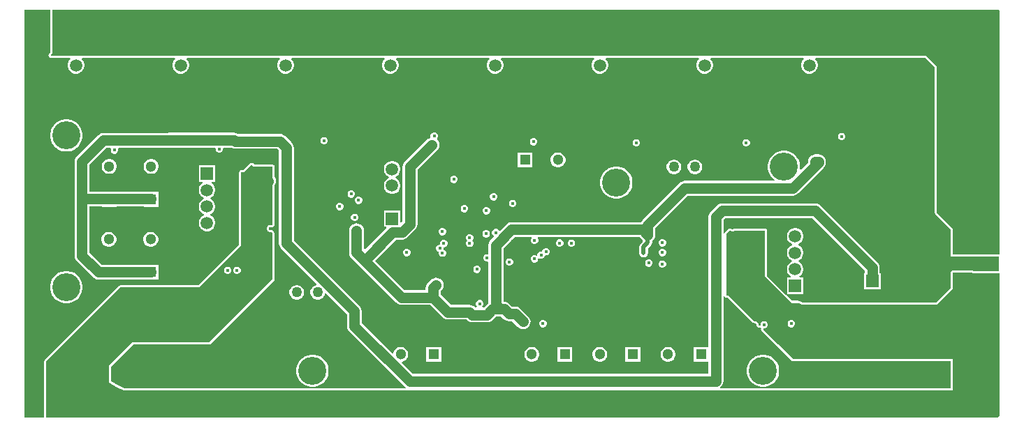
<source format=gbl>
G04*
G04 #@! TF.GenerationSoftware,Altium Limited,Altium Designer,23.4.1 (23)*
G04*
G04 Layer_Physical_Order=4*
G04 Layer_Color=16711680*
%FSLAX44Y44*%
%MOMM*%
G71*
G04*
G04 #@! TF.SameCoordinates,69872263-788E-4E38-85BF-5BAD4D7AD8B8*
G04*
G04*
G04 #@! TF.FilePolarity,Positive*
G04*
G01*
G75*
%ADD57C,3.4000*%
%ADD59C,0.5080*%
%ADD60C,1.2700*%
%ADD63C,1.6000*%
%ADD64C,1.2690*%
%ADD65C,1.3000*%
%ADD66R,1.3000X1.3000*%
%ADD67R,1.3000X1.3000*%
%ADD68C,1.5000*%
%ADD69R,1.5000X1.5000*%
%ADD70R,1.5000X1.5000*%
%ADD71C,0.4000*%
%ADD72C,0.5000*%
G36*
X278130Y304800D02*
X300990D01*
Y234875D01*
X299934Y234169D01*
X299353Y234410D01*
X297547D01*
X295878Y233719D01*
X294601Y232442D01*
X293910Y230773D01*
Y228967D01*
X294601Y227298D01*
X295878Y226021D01*
X297547Y225330D01*
X299353D01*
X299368Y225336D01*
X300266Y224438D01*
X300260Y224423D01*
Y222617D01*
X300951Y220948D01*
X300990Y220910D01*
Y199461D01*
X300951Y199422D01*
X300260Y197753D01*
Y195947D01*
X300951Y194278D01*
X300990Y194240D01*
Y168910D01*
X223520Y91440D01*
X130810D01*
X102235Y62865D01*
Y47625D01*
Y42951D01*
X113030Y36830D01*
X120650Y33020D01*
X1125220D01*
Y71120D01*
X932180D01*
X895390Y107317D01*
X895479Y107638D01*
X896008Y108490D01*
X897523D01*
X899192Y109181D01*
X900469Y110458D01*
X901160Y112127D01*
Y113933D01*
X900469Y115602D01*
X899192Y116879D01*
X897523Y117570D01*
X895717D01*
X894048Y116879D01*
X892771Y115602D01*
X892080Y113933D01*
Y112355D01*
X891448Y111912D01*
X890907Y111728D01*
X889730Y112885D01*
Y113933D01*
X889039Y115602D01*
X887762Y116879D01*
X886093Y117570D01*
X884968D01*
X853440Y148590D01*
X850900D01*
Y223520D01*
X854710Y227330D01*
X855910D01*
X855948Y227291D01*
X857617Y226600D01*
X859423D01*
X861092Y227291D01*
X861131Y227330D01*
X897890D01*
Y171450D01*
X932180Y137160D01*
X1106170D01*
X1125220Y156210D01*
Y174871D01*
Y176530D01*
X1148961D01*
X1149447Y175357D01*
X1149350Y175260D01*
X1182370D01*
Y2540D01*
X1179830Y0D01*
X26670D01*
Y68580D01*
X116840Y158750D01*
X212090D01*
X262890Y209550D01*
Y298450D01*
X266700D01*
X275590Y307340D01*
X278130Y304800D01*
D02*
G37*
G36*
X1182370Y494911D02*
Y198120D01*
X1125220D01*
Y229870D01*
X1106170Y248920D01*
Y426720D01*
X1093470Y439420D01*
X33020D01*
X31750Y440690D01*
X34290Y443230D01*
Y495300D01*
X1181100D01*
X1181197Y495397D01*
X1182370Y494911D01*
D02*
G37*
G36*
X31700Y444303D02*
X29919Y442521D01*
X29357Y441681D01*
X29160Y440690D01*
X29357Y439699D01*
X29919Y438859D01*
X31189Y437589D01*
X32029Y437027D01*
X33020Y436830D01*
X55335D01*
X55862Y435560D01*
X54616Y434315D01*
X53294Y432025D01*
X52610Y429472D01*
Y426828D01*
X53294Y424275D01*
X54616Y421985D01*
X56485Y420116D01*
X58775Y418794D01*
X61328Y418110D01*
X63972D01*
X66525Y418794D01*
X68815Y420116D01*
X70684Y421985D01*
X72006Y424275D01*
X72690Y426828D01*
Y429472D01*
X72006Y432025D01*
X70684Y434315D01*
X69438Y435560D01*
X69964Y436830D01*
X182335D01*
X182861Y435560D01*
X181616Y434315D01*
X180294Y432025D01*
X179610Y429472D01*
Y426828D01*
X180294Y424275D01*
X181616Y421985D01*
X183485Y420116D01*
X185775Y418794D01*
X188328Y418110D01*
X190972D01*
X193525Y418794D01*
X195815Y420116D01*
X197684Y421985D01*
X199006Y424275D01*
X199690Y426828D01*
Y429472D01*
X199006Y432025D01*
X197684Y434315D01*
X196438Y435560D01*
X196964Y436830D01*
X309335D01*
X309862Y435560D01*
X308616Y434315D01*
X307294Y432025D01*
X306610Y429472D01*
Y426828D01*
X307294Y424275D01*
X308616Y421985D01*
X310485Y420116D01*
X312775Y418794D01*
X315328Y418110D01*
X317972D01*
X320525Y418794D01*
X322815Y420116D01*
X324684Y421985D01*
X326006Y424275D01*
X326690Y426828D01*
Y429472D01*
X326006Y432025D01*
X324684Y434315D01*
X323438Y435560D01*
X323965Y436830D01*
X436335D01*
X436861Y435560D01*
X435616Y434315D01*
X434294Y432025D01*
X433610Y429472D01*
Y426828D01*
X434294Y424275D01*
X435616Y421985D01*
X437485Y420116D01*
X439775Y418794D01*
X442328Y418110D01*
X444972D01*
X447525Y418794D01*
X449815Y420116D01*
X451684Y421985D01*
X453006Y424275D01*
X453690Y426828D01*
Y429472D01*
X453006Y432025D01*
X451684Y434315D01*
X450438Y435560D01*
X450965Y436830D01*
X563335D01*
X563862Y435560D01*
X562616Y434315D01*
X561294Y432025D01*
X560610Y429472D01*
Y426828D01*
X561294Y424275D01*
X562616Y421985D01*
X564485Y420116D01*
X566775Y418794D01*
X569328Y418110D01*
X571972D01*
X574525Y418794D01*
X576815Y420116D01*
X578684Y421985D01*
X580006Y424275D01*
X580690Y426828D01*
Y429472D01*
X580006Y432025D01*
X578684Y434315D01*
X577438Y435560D01*
X577965Y436830D01*
X690335D01*
X690862Y435560D01*
X689616Y434315D01*
X688294Y432025D01*
X687610Y429472D01*
Y426828D01*
X688294Y424275D01*
X689616Y421985D01*
X691485Y420116D01*
X693775Y418794D01*
X696328Y418110D01*
X698972D01*
X701525Y418794D01*
X703815Y420116D01*
X705684Y421985D01*
X707006Y424275D01*
X707690Y426828D01*
Y429472D01*
X707006Y432025D01*
X705684Y434315D01*
X704438Y435560D01*
X704965Y436830D01*
X817336D01*
X817861Y435560D01*
X816616Y434315D01*
X815294Y432025D01*
X814610Y429472D01*
Y426828D01*
X815294Y424275D01*
X816616Y421985D01*
X818485Y420116D01*
X820775Y418794D01*
X823328Y418110D01*
X825972D01*
X828525Y418794D01*
X830815Y420116D01*
X832684Y421985D01*
X834006Y424275D01*
X834690Y426828D01*
Y429472D01*
X834006Y432025D01*
X832684Y434315D01*
X831438Y435560D01*
X831964Y436830D01*
X944335D01*
X944862Y435560D01*
X943616Y434315D01*
X942294Y432025D01*
X941610Y429472D01*
Y426828D01*
X942294Y424275D01*
X943616Y421985D01*
X945485Y420116D01*
X947775Y418794D01*
X950328Y418110D01*
X952972D01*
X955525Y418794D01*
X957815Y420116D01*
X959684Y421985D01*
X961006Y424275D01*
X961690Y426828D01*
Y429472D01*
X961006Y432025D01*
X959684Y434315D01*
X958438Y435560D01*
X958964Y436830D01*
X1092397D01*
X1103580Y425647D01*
Y248920D01*
X1103777Y247929D01*
X1104339Y247089D01*
X1122630Y228797D01*
Y198120D01*
X1122827Y197129D01*
X1123389Y196289D01*
X1124229Y195727D01*
X1125220Y195530D01*
X1181100D01*
Y177850D01*
X1151134D01*
X1150792Y178361D01*
X1149952Y178923D01*
X1148961Y179120D01*
X1125220D01*
X1124229Y178923D01*
X1123389Y178361D01*
X1122827Y177521D01*
X1122630Y176530D01*
Y157283D01*
X1105097Y139750D01*
X943523D01*
X941743Y141115D01*
X939581Y142011D01*
X937260Y142317D01*
X930686D01*
X923496Y149506D01*
X924339Y150460D01*
X925498Y150460D01*
X944340D01*
Y170540D01*
X939669D01*
X939328Y171810D01*
X940465Y172466D01*
X942334Y174335D01*
X943656Y176625D01*
X944340Y179178D01*
Y181822D01*
X943656Y184375D01*
X942334Y186665D01*
X940465Y188534D01*
X938206Y189838D01*
X938141Y190114D01*
Y190886D01*
X938206Y191162D01*
X940465Y192466D01*
X942334Y194335D01*
X943656Y196625D01*
X944340Y199178D01*
Y201822D01*
X943656Y204375D01*
X942334Y206665D01*
X940465Y208534D01*
X938206Y209838D01*
X938141Y210114D01*
Y210886D01*
X938206Y211162D01*
X940465Y212466D01*
X942334Y214335D01*
X943656Y216625D01*
X944340Y219178D01*
Y221822D01*
X943656Y224375D01*
X942334Y226665D01*
X940465Y228534D01*
X938175Y229856D01*
X935622Y230540D01*
X932978D01*
X930425Y229856D01*
X928135Y228534D01*
X926266Y226665D01*
X924944Y224375D01*
X924260Y221822D01*
Y219178D01*
X924944Y216625D01*
X926266Y214335D01*
X928135Y212466D01*
X930394Y211162D01*
X930459Y210886D01*
Y210114D01*
X930394Y209838D01*
X928135Y208534D01*
X926266Y206665D01*
X924944Y204375D01*
X924260Y201822D01*
Y199178D01*
X924944Y196625D01*
X926266Y194335D01*
X928135Y192466D01*
X930394Y191162D01*
X930459Y190886D01*
Y190114D01*
X930394Y189838D01*
X928135Y188534D01*
X926266Y186665D01*
X924944Y184375D01*
X924260Y181822D01*
Y179178D01*
X924944Y176625D01*
X926266Y174335D01*
X928135Y172466D01*
X929272Y171810D01*
X928931Y170540D01*
X924260D01*
Y151728D01*
X924260Y150539D01*
X923307Y149696D01*
X900480Y172523D01*
Y227330D01*
X900283Y228321D01*
X899721Y229161D01*
X898881Y229723D01*
X897890Y229920D01*
X861131D01*
X860139Y229723D01*
X860050Y229663D01*
X858908Y229190D01*
X858132D01*
X856990Y229663D01*
X856900Y229723D01*
X855910Y229920D01*
X854710D01*
X853719Y229723D01*
X852879Y229161D01*
X849069Y225351D01*
X848507Y224511D01*
X848437Y224156D01*
X847167Y224281D01*
Y240306D01*
X849354Y242493D01*
X955136D01*
X1018768Y178861D01*
Y175990D01*
X1017610D01*
Y155910D01*
X1037690D01*
Y175990D01*
X1036701D01*
Y182575D01*
X1036396Y184896D01*
X1035500Y187059D01*
X1034075Y188916D01*
X965190Y257800D01*
X963333Y259225D01*
X961171Y260121D01*
X958850Y260427D01*
X845639D01*
X843319Y260121D01*
X841156Y259225D01*
X839299Y257800D01*
X831860Y250361D01*
X830435Y248504D01*
X829539Y246341D01*
X829233Y244021D01*
Y87321D01*
X829140Y86090D01*
X827963Y86090D01*
X811060D01*
Y68010D01*
X829140Y68010D01*
X829233Y66779D01*
Y53417D01*
X470799D01*
X457382Y66834D01*
X457883Y68129D01*
X459739Y68626D01*
X461801Y69816D01*
X463484Y71499D01*
X464674Y73561D01*
X465290Y75860D01*
Y78240D01*
X464674Y80539D01*
X463484Y82601D01*
X461801Y84284D01*
X459739Y85474D01*
X457440Y86090D01*
X455060D01*
X452761Y85474D01*
X450699Y84284D01*
X449016Y82601D01*
X447826Y80539D01*
X447329Y78683D01*
X446034Y78182D01*
X408857Y115359D01*
Y129655D01*
X408552Y131976D01*
X407656Y134138D01*
X406231Y135996D01*
X326467Y215760D01*
Y328381D01*
X326161Y330701D01*
X325265Y332864D01*
X323840Y334721D01*
X316401Y342160D01*
X314544Y343585D01*
X312381Y344481D01*
X310061Y344787D01*
X259200D01*
X258863Y345045D01*
X256700Y345941D01*
X254379Y346247D01*
X175180D01*
X173736Y346057D01*
X95790D01*
X93469Y345751D01*
X91307Y344855D01*
X89450Y343430D01*
X63510Y317490D01*
X62085Y315633D01*
X61189Y313471D01*
X60883Y311150D01*
Y266700D01*
Y196850D01*
X61189Y194529D01*
X62085Y192367D01*
X63510Y190510D01*
X83360Y170660D01*
X85217Y169235D01*
X87379Y168339D01*
X89700Y168033D01*
X93410D01*
Y167810D01*
X111490D01*
Y167883D01*
X144210D01*
Y167810D01*
X162290D01*
Y185890D01*
X155069D01*
X153277Y186126D01*
X151485Y185890D01*
X144210D01*
Y185817D01*
X111490D01*
Y185890D01*
X102883D01*
X102300Y185967D01*
X93414D01*
X78817Y200564D01*
Y256783D01*
X93830D01*
Y256390D01*
X111910D01*
Y256783D01*
X144630D01*
Y256390D01*
X162710D01*
Y274470D01*
X155124D01*
X153250Y274717D01*
X78817D01*
Y307436D01*
X99504Y328123D01*
X104175D01*
X105024Y326853D01*
X104680Y326023D01*
Y324217D01*
X105371Y322548D01*
X106648Y321271D01*
X108317Y320580D01*
X110123D01*
X111792Y321271D01*
X113069Y322548D01*
X113760Y324217D01*
Y326023D01*
X113416Y326853D01*
X114265Y328123D01*
X174990D01*
X176433Y328313D01*
X230998D01*
X231680Y327293D01*
Y325487D01*
X232371Y323818D01*
X233648Y322541D01*
X235317Y321850D01*
X237123D01*
X238792Y322541D01*
X240069Y323818D01*
X240760Y325487D01*
Y327293D01*
X241442Y328313D01*
X251019D01*
X251356Y328055D01*
X253519Y327159D01*
X255839Y326853D01*
X306346D01*
X308533Y324666D01*
Y212045D01*
X308839Y209725D01*
X309735Y207562D01*
X311160Y205705D01*
X354391Y162474D01*
X353920Y161148D01*
X352170Y160679D01*
X350145Y159510D01*
X348490Y157856D01*
X347321Y155829D01*
X346715Y153570D01*
Y151230D01*
X347321Y148970D01*
X348490Y146945D01*
X350145Y145290D01*
X352170Y144121D01*
X354430Y143515D01*
X356770D01*
X359030Y144121D01*
X361055Y145290D01*
X362710Y146945D01*
X363880Y148970D01*
X364348Y150720D01*
X365674Y151191D01*
X390924Y125941D01*
Y111645D01*
X391229Y109324D01*
X392125Y107162D01*
X393550Y105304D01*
X460745Y38110D01*
X462348Y36880D01*
X462119Y35797D01*
X462017Y35610D01*
X121261D01*
X114248Y39116D01*
X104825Y44460D01*
Y47625D01*
Y61792D01*
X131883Y88850D01*
X223520D01*
X224511Y89047D01*
X225351Y89609D01*
X302821Y167079D01*
X303383Y167919D01*
X303580Y168910D01*
Y194240D01*
X303383Y195231D01*
X303323Y195320D01*
X302850Y196462D01*
Y197238D01*
X303323Y198380D01*
X303383Y198470D01*
X303580Y199461D01*
Y220910D01*
X303383Y221901D01*
X303323Y221990D01*
X302850Y223132D01*
Y224405D01*
X302856Y224437D01*
X302856Y224438D01*
X302856Y224438D01*
X302759Y224925D01*
X302659Y225428D01*
X302659Y225429D01*
X302659Y225429D01*
X302387Y225837D01*
X302098Y226269D01*
X302098Y226269D01*
X302097Y226269D01*
X301199Y227167D01*
X301199Y227168D01*
X301199Y227168D01*
X300781Y227447D01*
X300359Y227729D01*
X300359Y227729D01*
X300358Y227729D01*
X299860Y227828D01*
X299368Y227926D01*
X299368Y227926D01*
X299367Y227926D01*
X299335Y227920D01*
X298062D01*
X297345Y228217D01*
X296797Y228765D01*
X296500Y229482D01*
Y230258D01*
X296797Y230975D01*
X297345Y231523D01*
X298062Y231820D01*
X298838D01*
X298943Y231777D01*
X299193Y231727D01*
X299429Y231629D01*
X299684D01*
X299934Y231580D01*
X300184Y231629D01*
X300439D01*
X300675Y231727D01*
X300925Y231777D01*
X301137Y231918D01*
X301373Y232016D01*
X302429Y232722D01*
X302609Y232902D01*
X302821Y233044D01*
X302963Y233256D01*
X303143Y233436D01*
X303241Y233672D01*
X303383Y233884D01*
X303432Y234134D01*
X303530Y234370D01*
Y234625D01*
X303580Y234875D01*
Y283012D01*
X303675Y283136D01*
X304571Y285299D01*
X304877Y287620D01*
X304571Y289940D01*
X303675Y292103D01*
X303580Y292228D01*
Y304800D01*
X303383Y305791D01*
X302821Y306631D01*
X301981Y307193D01*
X300990Y307390D01*
X279203D01*
X277421Y309171D01*
X276581Y309733D01*
X275590Y309930D01*
X274599Y309733D01*
X273759Y309171D01*
X265627Y301040D01*
X262890D01*
X261899Y300843D01*
X261059Y300281D01*
X260497Y299441D01*
X260300Y298450D01*
Y210623D01*
X211017Y161340D01*
X116840D01*
X115849Y161143D01*
X115009Y160581D01*
X24839Y70411D01*
X24277Y69571D01*
X24080Y68580D01*
Y0D01*
X0D01*
Y495300D01*
X31700D01*
Y444303D01*
D02*
G37*
G36*
X848507Y147599D02*
X849069Y146759D01*
X849909Y146197D01*
X850900Y146000D01*
X852380D01*
X883152Y115724D01*
X883566Y115452D01*
X883978Y115177D01*
X883988Y115175D01*
X883997Y115169D01*
X884483Y115077D01*
X884968Y114980D01*
X885578D01*
X886295Y114683D01*
X886843Y114135D01*
X887140Y113418D01*
Y112885D01*
X887142Y112875D01*
X887140Y112864D01*
X887241Y112379D01*
X887337Y111894D01*
X887343Y111885D01*
X887346Y111875D01*
X887624Y111466D01*
X887899Y111054D01*
X887908Y111048D01*
X887914Y111039D01*
X889090Y109882D01*
X889435Y109655D01*
X889763Y109404D01*
X889855Y109379D01*
X889935Y109327D01*
X890340Y109250D01*
X890739Y109143D01*
X890834Y109156D01*
X890928Y109138D01*
X891332Y109222D01*
X891741Y109276D01*
X892066Y109387D01*
X892591Y109036D01*
X893032Y108427D01*
X892985Y108333D01*
X892895Y108012D01*
X892868Y107651D01*
X892800Y107296D01*
X892830Y107151D01*
X892819Y107004D01*
X892932Y106661D01*
X893006Y106306D01*
X893088Y106184D01*
X893134Y106044D01*
X893370Y105770D01*
X893574Y105471D01*
X930364Y69274D01*
X930777Y69002D01*
X931189Y68727D01*
X931199Y68725D01*
X931208Y68719D01*
X931695Y68627D01*
X932180Y68530D01*
X1122630D01*
Y35610D01*
X843268D01*
X843166Y35797D01*
X842938Y36880D01*
X844540Y38110D01*
X845965Y39967D01*
X846861Y42129D01*
X847167Y44450D01*
Y147829D01*
X848437Y147954D01*
X848507Y147599D01*
D02*
G37*
%LPC*%
G36*
X258713Y183610D02*
X256907D01*
X255238Y182919D01*
X253961Y181642D01*
X253270Y179973D01*
Y178167D01*
X253961Y176498D01*
X255238Y175221D01*
X256907Y174530D01*
X258713D01*
X260382Y175221D01*
X261659Y176498D01*
X262350Y178167D01*
Y179973D01*
X261659Y181642D01*
X260382Y182919D01*
X258713Y183610D01*
D02*
G37*
G36*
X247283D02*
X245477D01*
X243808Y182919D01*
X242531Y181642D01*
X241840Y179973D01*
Y178167D01*
X242531Y176498D01*
X243808Y175221D01*
X245477Y174530D01*
X247283D01*
X248952Y175221D01*
X250229Y176498D01*
X250920Y178167D01*
Y179973D01*
X250229Y181642D01*
X248952Y182919D01*
X247283Y183610D01*
D02*
G37*
G36*
X930543Y118840D02*
X928737D01*
X927068Y118149D01*
X925791Y116872D01*
X925100Y115203D01*
Y113397D01*
X925791Y111728D01*
X927068Y110451D01*
X928737Y109760D01*
X930543D01*
X932212Y110451D01*
X933489Y111728D01*
X934180Y113397D01*
Y115203D01*
X933489Y116872D01*
X932212Y118149D01*
X930543Y118840D01*
D02*
G37*
G36*
X991503Y346170D02*
X989697D01*
X988028Y345479D01*
X986751Y344202D01*
X986060Y342533D01*
Y340727D01*
X986751Y339058D01*
X988028Y337781D01*
X989697Y337090D01*
X991503D01*
X993172Y337781D01*
X994449Y339058D01*
X995140Y340727D01*
Y342533D01*
X994449Y344202D01*
X993172Y345479D01*
X991503Y346170D01*
D02*
G37*
G36*
X364123Y341090D02*
X362317D01*
X360648Y340399D01*
X359371Y339122D01*
X358680Y337453D01*
Y335647D01*
X359371Y333978D01*
X360648Y332701D01*
X362317Y332010D01*
X364123D01*
X365792Y332701D01*
X367069Y333978D01*
X367760Y335647D01*
Y337453D01*
X367069Y339122D01*
X365792Y340399D01*
X364123Y341090D01*
D02*
G37*
G36*
X618123Y339820D02*
X616317D01*
X614648Y339129D01*
X613371Y337852D01*
X612680Y336183D01*
Y334377D01*
X613371Y332708D01*
X614648Y331431D01*
X616317Y330740D01*
X618123D01*
X619792Y331431D01*
X621069Y332708D01*
X621760Y334377D01*
Y336183D01*
X621069Y337852D01*
X619792Y339129D01*
X618123Y339820D01*
D02*
G37*
G36*
X875933Y338550D02*
X874127D01*
X872458Y337859D01*
X871181Y336582D01*
X870490Y334913D01*
Y333107D01*
X871181Y331438D01*
X872458Y330161D01*
X874127Y329470D01*
X875933D01*
X877602Y330161D01*
X878879Y331438D01*
X879570Y333107D01*
Y334913D01*
X878879Y336582D01*
X877602Y337859D01*
X875933Y338550D01*
D02*
G37*
G36*
X742583D02*
X740777D01*
X739108Y337859D01*
X737831Y336582D01*
X737140Y334913D01*
Y333107D01*
X737831Y331438D01*
X739108Y330161D01*
X740777Y329470D01*
X742583D01*
X744252Y330161D01*
X745529Y331438D01*
X746220Y333107D01*
Y334913D01*
X745529Y336582D01*
X744252Y337859D01*
X742583Y338550D01*
D02*
G37*
G36*
X52724Y362440D02*
X48875D01*
X45100Y361689D01*
X41544Y360216D01*
X38344Y358078D01*
X35622Y355356D01*
X33484Y352156D01*
X32011Y348600D01*
X31260Y344824D01*
Y340975D01*
X32011Y337200D01*
X33484Y333644D01*
X35622Y330444D01*
X38344Y327722D01*
X41544Y325584D01*
X45100Y324111D01*
X48875Y323360D01*
X52724D01*
X56500Y324111D01*
X60056Y325584D01*
X63256Y327722D01*
X65978Y330444D01*
X68116Y333644D01*
X69589Y337200D01*
X70340Y340975D01*
Y344824D01*
X69589Y348600D01*
X68116Y352156D01*
X65978Y355356D01*
X63256Y358078D01*
X60056Y360216D01*
X56500Y361689D01*
X52724Y362440D01*
D02*
G37*
G36*
X647969Y322328D02*
X645589D01*
X643290Y321712D01*
X641228Y320522D01*
X639545Y318839D01*
X638355Y316777D01*
X637739Y314478D01*
Y312098D01*
X638355Y309799D01*
X639545Y307737D01*
X641228Y306054D01*
X643290Y304864D01*
X645589Y304248D01*
X647969D01*
X650268Y304864D01*
X652330Y306054D01*
X654013Y307737D01*
X655203Y309799D01*
X655819Y312098D01*
Y314478D01*
X655203Y316777D01*
X654013Y318839D01*
X652330Y320522D01*
X650268Y321712D01*
X647969Y322328D01*
D02*
G37*
G36*
X615819D02*
X597739D01*
Y304248D01*
X615819D01*
Y322328D01*
D02*
G37*
G36*
X154860Y314470D02*
X152480D01*
X150181Y313854D01*
X148119Y312664D01*
X146436Y310981D01*
X145246Y308919D01*
X144630Y306620D01*
Y304240D01*
X145246Y301941D01*
X146436Y299879D01*
X148119Y298196D01*
X150181Y297006D01*
X152480Y296390D01*
X154860D01*
X157159Y297006D01*
X159221Y298196D01*
X160904Y299879D01*
X162094Y301941D01*
X162710Y304240D01*
Y306620D01*
X162094Y308919D01*
X160904Y310981D01*
X159221Y312664D01*
X157159Y313854D01*
X154860Y314470D01*
D02*
G37*
G36*
X104060D02*
X101680D01*
X99381Y313854D01*
X97319Y312664D01*
X95636Y310981D01*
X94446Y308919D01*
X93830Y306620D01*
Y304240D01*
X94446Y301941D01*
X95636Y299879D01*
X97319Y298196D01*
X99381Y297006D01*
X101680Y296390D01*
X104060D01*
X106359Y297006D01*
X108421Y298196D01*
X110104Y299879D01*
X111294Y301941D01*
X111910Y304240D01*
Y306620D01*
X111294Y308919D01*
X110104Y310981D01*
X108421Y312664D01*
X106359Y313854D01*
X104060Y314470D01*
D02*
G37*
G36*
X813970Y313685D02*
X811630D01*
X809370Y313079D01*
X807345Y311910D01*
X805690Y310256D01*
X804520Y308230D01*
X803915Y305970D01*
Y303630D01*
X804520Y301371D01*
X805690Y299345D01*
X807345Y297690D01*
X809370Y296521D01*
X811630Y295915D01*
X813970D01*
X816229Y296521D01*
X818255Y297690D01*
X819910Y299345D01*
X821079Y301371D01*
X821685Y303630D01*
Y305970D01*
X821079Y308230D01*
X819910Y310256D01*
X818255Y311910D01*
X816229Y313079D01*
X813970Y313685D01*
D02*
G37*
G36*
X788570D02*
X786230D01*
X783970Y313079D01*
X781945Y311910D01*
X780290Y310256D01*
X779120Y308230D01*
X778515Y305970D01*
Y303630D01*
X779120Y301371D01*
X780290Y299345D01*
X781945Y297690D01*
X783970Y296521D01*
X786230Y295915D01*
X788570D01*
X790829Y296521D01*
X792856Y297690D01*
X794510Y299345D01*
X795679Y301371D01*
X796285Y303630D01*
Y305970D01*
X795679Y308230D01*
X794510Y310256D01*
X792856Y311910D01*
X790829Y313079D01*
X788570Y313685D01*
D02*
G37*
G36*
X521603Y294100D02*
X519797D01*
X518128Y293409D01*
X516851Y292132D01*
X516160Y290463D01*
Y288657D01*
X516851Y286988D01*
X518128Y285711D01*
X519797Y285020D01*
X521603D01*
X523272Y285711D01*
X524549Y286988D01*
X525240Y288657D01*
Y290463D01*
X524549Y292132D01*
X523272Y293409D01*
X521603Y294100D01*
D02*
G37*
G36*
X447092Y311980D02*
X444448D01*
X441895Y311296D01*
X439605Y309974D01*
X437736Y308105D01*
X436414Y305815D01*
X435730Y303262D01*
Y300618D01*
X436414Y298065D01*
X437736Y295775D01*
X439605Y293906D01*
X441864Y292602D01*
X441929Y292326D01*
Y291554D01*
X441864Y291278D01*
X439605Y289974D01*
X437736Y288105D01*
X436414Y285815D01*
X435730Y283262D01*
Y280618D01*
X436414Y278065D01*
X437736Y275775D01*
X439605Y273906D01*
X441895Y272584D01*
X444448Y271900D01*
X447092D01*
X449645Y272584D01*
X451935Y273906D01*
X453804Y275775D01*
X455126Y278065D01*
X455810Y280618D01*
Y283262D01*
X455126Y285815D01*
X453804Y288105D01*
X451935Y289974D01*
X449677Y291278D01*
X449611Y291554D01*
Y292326D01*
X449677Y292602D01*
X451935Y293906D01*
X453804Y295775D01*
X455126Y298065D01*
X455810Y300618D01*
Y303262D01*
X455126Y305815D01*
X453804Y308105D01*
X451935Y309974D01*
X449645Y311296D01*
X447092Y311980D01*
D02*
G37*
G36*
X397143Y276320D02*
X395337D01*
X393668Y275629D01*
X392391Y274352D01*
X391700Y272683D01*
Y270877D01*
X392391Y269208D01*
X393668Y267931D01*
X395337Y267240D01*
X397143D01*
X398812Y267931D01*
X400089Y269208D01*
X400780Y270877D01*
Y272683D01*
X400089Y274352D01*
X398812Y275629D01*
X397143Y276320D01*
D02*
G37*
G36*
X719474Y305290D02*
X715626D01*
X711850Y304539D01*
X708294Y303066D01*
X705094Y300928D01*
X702372Y298206D01*
X700234Y295006D01*
X698761Y291450D01*
X698010Y287675D01*
Y283825D01*
X698761Y280050D01*
X700234Y276494D01*
X702372Y273294D01*
X705094Y270572D01*
X708294Y268434D01*
X711850Y266961D01*
X715626Y266210D01*
X719474D01*
X723250Y266961D01*
X726806Y268434D01*
X730006Y270572D01*
X732728Y273294D01*
X734866Y276494D01*
X736339Y280050D01*
X737090Y283825D01*
Y287675D01*
X736339Y291450D01*
X734866Y295006D01*
X732728Y298206D01*
X730006Y300928D01*
X726806Y303066D01*
X723250Y304539D01*
X719474Y305290D01*
D02*
G37*
G36*
X569709Y272885D02*
X567903D01*
X566235Y272193D01*
X564957Y270916D01*
X564266Y269248D01*
Y267441D01*
X564957Y265773D01*
X566235Y264496D01*
X567903Y263804D01*
X569709D01*
X571378Y264496D01*
X572655Y265773D01*
X573346Y267441D01*
Y269248D01*
X572655Y270916D01*
X571378Y272193D01*
X569709Y272885D01*
D02*
G37*
G36*
X406033Y268700D02*
X404227D01*
X402558Y268009D01*
X401281Y266732D01*
X400590Y265063D01*
Y263257D01*
X401281Y261588D01*
X402558Y260311D01*
X404227Y259620D01*
X406033D01*
X407702Y260311D01*
X408979Y261588D01*
X409670Y263257D01*
Y265063D01*
X408979Y266732D01*
X407702Y268009D01*
X406033Y268700D01*
D02*
G37*
G36*
X592723Y264890D02*
X590917D01*
X589248Y264199D01*
X587971Y262922D01*
X587280Y261253D01*
Y259447D01*
X587971Y257778D01*
X589248Y256501D01*
X590917Y255810D01*
X592723D01*
X594392Y256501D01*
X595669Y257778D01*
X596360Y259447D01*
Y261253D01*
X595669Y262922D01*
X594392Y264199D01*
X592723Y264890D01*
D02*
G37*
G36*
X383173Y261265D02*
X381367D01*
X379698Y260574D01*
X378421Y259297D01*
X377730Y257628D01*
Y255822D01*
X378421Y254153D01*
X379698Y252876D01*
X381367Y252185D01*
X383173D01*
X384842Y252876D01*
X386119Y254153D01*
X386810Y255822D01*
Y257628D01*
X386119Y259297D01*
X384842Y260574D01*
X383173Y261265D01*
D02*
G37*
G36*
X534303Y258540D02*
X532497D01*
X530828Y257849D01*
X529551Y256572D01*
X528860Y254903D01*
Y253097D01*
X529551Y251428D01*
X530828Y250151D01*
X532497Y249460D01*
X534303D01*
X535972Y250151D01*
X537249Y251428D01*
X537940Y253097D01*
Y254903D01*
X537249Y256572D01*
X535972Y257849D01*
X534303Y258540D01*
D02*
G37*
G36*
X560747Y256000D02*
X558941D01*
X557272Y255309D01*
X555995Y254032D01*
X555304Y252363D01*
Y250557D01*
X555995Y248888D01*
X557272Y247611D01*
X558941Y246920D01*
X560747D01*
X562416Y247611D01*
X563693Y248888D01*
X564384Y250557D01*
Y252363D01*
X563693Y254032D01*
X562416Y255309D01*
X560747Y256000D01*
D02*
G37*
G36*
X401171Y247911D02*
X399365D01*
X397696Y247220D01*
X396419Y245943D01*
X395728Y244274D01*
Y242468D01*
X396419Y240800D01*
X397696Y239522D01*
X399365Y238831D01*
X401171D01*
X402840Y239522D01*
X404117Y240800D01*
X404808Y242468D01*
Y244274D01*
X404117Y245943D01*
X402840Y247220D01*
X401171Y247911D01*
D02*
G37*
G36*
X497574Y346575D02*
X495768D01*
X494100Y345884D01*
X492822Y344607D01*
X492131Y342938D01*
Y341132D01*
X492196Y340975D01*
X491709Y340131D01*
X489547Y339235D01*
X487690Y337810D01*
X461020Y311140D01*
X459595Y309283D01*
X458699Y307121D01*
X458393Y304800D01*
Y238664D01*
X456983Y237254D01*
X455810Y237740D01*
Y251980D01*
X435730D01*
Y231900D01*
X438403D01*
X438929Y230630D01*
X412827Y204528D01*
X411557Y205054D01*
Y227330D01*
X411251Y229651D01*
X410355Y231813D01*
X408930Y233670D01*
X407073Y235095D01*
X404911Y235991D01*
X402590Y236297D01*
X400269Y235991D01*
X398107Y235095D01*
X396250Y233670D01*
X394825Y231813D01*
X393929Y229651D01*
X393623Y227330D01*
Y200660D01*
X393929Y198339D01*
X394825Y196177D01*
X396250Y194320D01*
X405775Y184795D01*
X450860Y139710D01*
X452717Y138285D01*
X454879Y137389D01*
X457200Y137083D01*
X491586D01*
X506740Y121930D01*
X506740Y121930D01*
X508597Y120505D01*
X510759Y119609D01*
X513080Y119303D01*
X536065D01*
X536519Y118850D01*
X538376Y117425D01*
X540538Y116529D01*
X542859Y116223D01*
X542859Y116223D01*
X560800D01*
X563121Y116529D01*
X565283Y117425D01*
X567140Y118850D01*
X571404Y123113D01*
X577785D01*
X580969Y119930D01*
X582826Y118505D01*
X584989Y117609D01*
X587309Y117303D01*
X591376D01*
X598180Y110500D01*
X600037Y109075D01*
X602199Y108179D01*
X604520Y107873D01*
X606841Y108179D01*
X609003Y109075D01*
X610860Y110500D01*
X612285Y112357D01*
X613181Y114519D01*
X613487Y116840D01*
X613181Y119161D01*
X612285Y121323D01*
X610860Y123180D01*
X601430Y132610D01*
X599573Y134035D01*
X597411Y134931D01*
X595090Y135237D01*
X591023D01*
X587840Y138420D01*
X585983Y139845D01*
X583820Y140741D01*
X581499Y141047D01*
X580783D01*
X580535Y141643D01*
X580467Y141733D01*
Y205997D01*
X594103Y219633D01*
X614395D01*
X614921Y218363D01*
X614603Y218045D01*
X613912Y216376D01*
Y214570D01*
X614603Y212901D01*
X615880Y211624D01*
X617548Y210933D01*
X619355D01*
X621023Y211624D01*
X622300Y212901D01*
X622992Y214570D01*
Y216376D01*
X622300Y218045D01*
X621982Y218363D01*
X622508Y219633D01*
X745586D01*
X749309Y215910D01*
X749538Y215734D01*
X749649Y214049D01*
X746908Y211308D01*
X745785Y209627D01*
X745390Y207645D01*
Y199930D01*
X745785Y197948D01*
X746908Y196268D01*
X748588Y195145D01*
X750570Y194750D01*
X752552Y195145D01*
X754232Y196268D01*
X755355Y197948D01*
X755750Y199930D01*
Y205500D01*
X759313Y209062D01*
X760435Y210743D01*
X760829Y212725D01*
Y215019D01*
X761990Y215910D01*
X763415Y217767D01*
X764311Y219929D01*
X764617Y222250D01*
Y230256D01*
X804304Y269943D01*
X931474D01*
X933795Y270249D01*
X935957Y271145D01*
X937814Y272570D01*
X968983Y303738D01*
X970408Y305595D01*
X971303Y307757D01*
X971609Y310078D01*
Y311165D01*
X971303Y313486D01*
X970408Y315648D01*
X968983Y317506D01*
X967126Y318930D01*
X964963Y319826D01*
X962642Y320132D01*
X958865D01*
X956544Y319826D01*
X954382Y318930D01*
X952525Y317506D01*
X952510Y317490D01*
X951085Y315633D01*
X950189Y313471D01*
X949883Y311150D01*
X950017Y310134D01*
X941224Y301341D01*
X940104Y301939D01*
X940290Y302875D01*
Y306724D01*
X939539Y310500D01*
X938066Y314056D01*
X935928Y317256D01*
X933206Y319978D01*
X930006Y322116D01*
X926450Y323589D01*
X922674Y324340D01*
X918826D01*
X915050Y323589D01*
X911494Y322116D01*
X908294Y319978D01*
X905572Y317256D01*
X903434Y314056D01*
X901961Y310500D01*
X901210Y306724D01*
Y302875D01*
X901961Y299100D01*
X903434Y295544D01*
X905572Y292344D01*
X908294Y289622D01*
X909088Y289092D01*
X908719Y287877D01*
X800590D01*
X798269Y287571D01*
X796107Y286675D01*
X794250Y285250D01*
X749310Y240310D01*
X747885Y238453D01*
X747517Y237567D01*
X590389D01*
X590389Y237567D01*
X588069Y237261D01*
X585906Y236365D01*
X584049Y234940D01*
X576391Y227283D01*
X575188Y227523D01*
X573911Y228800D01*
X572242Y229491D01*
X570436D01*
X568768Y228800D01*
X567490Y227523D01*
X566799Y225854D01*
Y224048D01*
X567490Y222379D01*
X568768Y221102D01*
X569007Y219898D01*
X565160Y216051D01*
X563735Y214194D01*
X562839Y212031D01*
X562533Y209711D01*
Y199532D01*
X561513Y198850D01*
X559707D01*
X558038Y198159D01*
X556761Y196882D01*
X556070Y195213D01*
Y193407D01*
X556761Y191738D01*
X558038Y190461D01*
X559707Y189770D01*
X561513D01*
X562533Y189088D01*
Y139329D01*
X561350Y138420D01*
X557086Y134157D01*
X555568D01*
X555042Y135427D01*
X555601Y135985D01*
X556292Y137654D01*
Y139460D01*
X555601Y141129D01*
X554324Y142406D01*
X552655Y143097D01*
X550849D01*
X549180Y142406D01*
X547903Y141129D01*
X547212Y139460D01*
Y137654D01*
X547903Y135985D01*
X548462Y135427D01*
X547936Y134157D01*
X546573D01*
X546120Y134610D01*
X544263Y136035D01*
X542100Y136931D01*
X539779Y137237D01*
X516794D01*
X504267Y149764D01*
Y153766D01*
X505450Y154950D01*
X506875Y156807D01*
X507771Y158969D01*
X508077Y161290D01*
X507771Y163611D01*
X506875Y165773D01*
X505450Y167630D01*
X503593Y169055D01*
X501431Y169951D01*
X499110Y170257D01*
X496789Y169951D01*
X494627Y169055D01*
X492770Y167630D01*
X488960Y163820D01*
X487535Y161963D01*
X486639Y159801D01*
X486333Y157480D01*
Y155017D01*
X460914D01*
X424796Y191135D01*
X450244Y216583D01*
X457960D01*
X460281Y216889D01*
X462443Y217785D01*
X464300Y219209D01*
X473700Y228610D01*
X475125Y230467D01*
X476021Y232629D01*
X476327Y234950D01*
Y301086D01*
X500370Y325130D01*
X501795Y326987D01*
X502691Y329149D01*
X502997Y331470D01*
X502691Y333791D01*
X501795Y335953D01*
X500370Y337810D01*
X500284Y337877D01*
X500201Y339144D01*
X500520Y339463D01*
X501211Y341132D01*
Y342938D01*
X500520Y344607D01*
X499243Y345884D01*
X497574Y346575D01*
D02*
G37*
G36*
X231440Y306740D02*
X211360D01*
Y286660D01*
X216031D01*
X216372Y285390D01*
X215235Y284734D01*
X213366Y282865D01*
X212044Y280575D01*
X211360Y278022D01*
Y275378D01*
X212044Y272825D01*
X213366Y270535D01*
X215235Y268666D01*
X217493Y267362D01*
X217559Y267086D01*
Y266314D01*
X217493Y266038D01*
X215235Y264734D01*
X213366Y262865D01*
X212044Y260575D01*
X211360Y258022D01*
Y255378D01*
X212044Y252825D01*
X213366Y250535D01*
X215235Y248666D01*
X217493Y247362D01*
X217559Y247086D01*
Y246314D01*
X217493Y246038D01*
X215235Y244734D01*
X213366Y242865D01*
X212044Y240575D01*
X211360Y238022D01*
Y235378D01*
X212044Y232825D01*
X213366Y230535D01*
X215235Y228666D01*
X217525Y227344D01*
X220078Y226660D01*
X222722D01*
X225275Y227344D01*
X227565Y228666D01*
X229434Y230535D01*
X230756Y232825D01*
X231440Y235378D01*
Y238022D01*
X230756Y240575D01*
X229434Y242865D01*
X227565Y244734D01*
X225306Y246038D01*
X225241Y246314D01*
Y247086D01*
X225306Y247362D01*
X227565Y248666D01*
X229434Y250535D01*
X230756Y252825D01*
X231440Y255378D01*
Y258022D01*
X230756Y260575D01*
X229434Y262865D01*
X227565Y264734D01*
X225306Y266038D01*
X225241Y266314D01*
Y267086D01*
X225306Y267362D01*
X227565Y268666D01*
X229434Y270535D01*
X230756Y272825D01*
X231440Y275378D01*
Y278022D01*
X230756Y280575D01*
X229434Y282865D01*
X227565Y284734D01*
X226428Y285390D01*
X226769Y286660D01*
X231440D01*
Y306740D01*
D02*
G37*
G36*
X507633Y230600D02*
X505827D01*
X504158Y229909D01*
X502881Y228632D01*
X502190Y226963D01*
Y225157D01*
X502881Y223488D01*
X504158Y222211D01*
X505827Y221520D01*
X507633D01*
X509302Y222211D01*
X510579Y223488D01*
X511270Y225157D01*
Y226963D01*
X510579Y228632D01*
X509302Y229909D01*
X507633Y230600D01*
D02*
G37*
G36*
X560622Y228060D02*
X558816D01*
X557148Y227369D01*
X555870Y226092D01*
X555179Y224423D01*
Y222617D01*
X555870Y220948D01*
X557148Y219671D01*
X558816Y218980D01*
X560622D01*
X562291Y219671D01*
X563568Y220948D01*
X564259Y222617D01*
Y224423D01*
X563568Y226092D01*
X562291Y227369D01*
X560622Y228060D01*
D02*
G37*
G36*
X774295Y217210D02*
X772489D01*
X770821Y216519D01*
X769543Y215242D01*
X768852Y213573D01*
Y211767D01*
X769543Y210098D01*
X770821Y208821D01*
X772489Y208130D01*
X774295D01*
X775964Y208821D01*
X777241Y210098D01*
X777932Y211767D01*
Y213573D01*
X777241Y215242D01*
X775964Y216519D01*
X774295Y217210D01*
D02*
G37*
G36*
X154440Y225890D02*
X152060D01*
X149761Y225274D01*
X147699Y224084D01*
X146016Y222401D01*
X144826Y220339D01*
X144210Y218040D01*
Y215660D01*
X144826Y213361D01*
X146016Y211299D01*
X147699Y209616D01*
X149761Y208426D01*
X152060Y207810D01*
X154440D01*
X156739Y208426D01*
X158801Y209616D01*
X160484Y211299D01*
X161674Y213361D01*
X162290Y215660D01*
Y218040D01*
X161674Y220339D01*
X160484Y222401D01*
X158801Y224084D01*
X156739Y225274D01*
X154440Y225890D01*
D02*
G37*
G36*
X103640D02*
X101260D01*
X98961Y225274D01*
X96899Y224084D01*
X95216Y222401D01*
X94026Y220339D01*
X93410Y218040D01*
Y215660D01*
X94026Y213361D01*
X95216Y211299D01*
X96899Y209616D01*
X98961Y208426D01*
X101260Y207810D01*
X103640D01*
X105939Y208426D01*
X108001Y209616D01*
X109684Y211299D01*
X110874Y213361D01*
X111490Y215660D01*
Y218040D01*
X110874Y220339D01*
X109684Y222401D01*
X108001Y224084D01*
X105939Y225274D01*
X103640Y225890D01*
D02*
G37*
G36*
X649873Y216654D02*
X648067D01*
X646398Y215963D01*
X645121Y214686D01*
X644430Y213018D01*
Y211211D01*
X645121Y209543D01*
X646398Y208266D01*
X648067Y207574D01*
X649873D01*
X651542Y208266D01*
X652819Y209543D01*
X653510Y211211D01*
Y213018D01*
X652819Y214686D01*
X651542Y215963D01*
X649873Y216654D01*
D02*
G37*
G36*
X663987Y216617D02*
X662181D01*
X660512Y215926D01*
X659235Y214648D01*
X658544Y212980D01*
Y211174D01*
X659235Y209505D01*
X660512Y208228D01*
X662181Y207537D01*
X663987D01*
X665655Y208228D01*
X666933Y209505D01*
X667624Y211174D01*
Y212980D01*
X666933Y214648D01*
X665655Y215926D01*
X663987Y216617D01*
D02*
G37*
G36*
X540653Y222980D02*
X538847D01*
X537178Y222289D01*
X535901Y221012D01*
X535210Y219343D01*
Y217537D01*
X535901Y215868D01*
X536600Y215170D01*
X535901Y214472D01*
X535210Y212803D01*
Y210997D01*
X535901Y209328D01*
X537178Y208051D01*
X538847Y207360D01*
X540653D01*
X542322Y208051D01*
X543599Y209328D01*
X544290Y210997D01*
Y212803D01*
X543599Y214472D01*
X542901Y215170D01*
X543599Y215868D01*
X544290Y217537D01*
Y219343D01*
X543599Y221012D01*
X542322Y222289D01*
X540653Y222980D01*
D02*
G37*
G36*
X633119Y206272D02*
X631313D01*
X629644Y205581D01*
X628367Y204304D01*
X627676Y202635D01*
Y202570D01*
X627142Y202213D01*
X625336D01*
X623668Y201522D01*
X622391Y200245D01*
X621699Y198576D01*
Y197815D01*
X621422Y197548D01*
X620429Y197081D01*
X619116Y197625D01*
X617310D01*
X615641Y196934D01*
X614364Y195657D01*
X613673Y193988D01*
Y192182D01*
X614364Y190513D01*
X615641Y189236D01*
X617310Y188545D01*
X619116D01*
X620785Y189236D01*
X622062Y190513D01*
X622753Y192182D01*
Y192943D01*
X623030Y193210D01*
X624023Y193677D01*
X625336Y193133D01*
X627142D01*
X628811Y193825D01*
X630088Y195102D01*
X630779Y196770D01*
Y196836D01*
X631313Y197192D01*
X633119D01*
X634788Y197884D01*
X636065Y199161D01*
X636756Y200829D01*
Y202635D01*
X636065Y204304D01*
X634788Y205581D01*
X633119Y206272D01*
D02*
G37*
G36*
X774333Y205200D02*
X772527D01*
X770858Y204509D01*
X769581Y203232D01*
X768890Y201563D01*
Y199757D01*
X769581Y198088D01*
X770858Y196811D01*
X772527Y196120D01*
X774333D01*
X776002Y196811D01*
X777279Y198088D01*
X777970Y199757D01*
Y201563D01*
X777279Y203232D01*
X776002Y204509D01*
X774333Y205200D01*
D02*
G37*
G36*
X464453D02*
X462647D01*
X460978Y204509D01*
X459701Y203232D01*
X459010Y201563D01*
Y199757D01*
X459701Y198088D01*
X460978Y196811D01*
X462647Y196120D01*
X464453D01*
X466122Y196811D01*
X467399Y198088D01*
X468090Y199757D01*
Y201563D01*
X467399Y203232D01*
X466122Y204509D01*
X464453Y205200D01*
D02*
G37*
G36*
X509285Y216174D02*
X507479D01*
X505810Y215483D01*
X504533Y214206D01*
X503842Y212537D01*
Y210731D01*
X502829Y210365D01*
X502808Y210364D01*
X502807D01*
X501138Y209673D01*
X499861Y208396D01*
X499170Y206727D01*
Y204921D01*
X499861Y203252D01*
X501138Y201975D01*
X502391Y201457D01*
X502166Y200914D01*
Y199108D01*
X502857Y197439D01*
X504134Y196162D01*
X505803Y195471D01*
X507609D01*
X509278Y196162D01*
X510555Y197439D01*
X511246Y199108D01*
Y200914D01*
X510555Y202582D01*
X509278Y203860D01*
X508025Y204378D01*
X508250Y204921D01*
Y206727D01*
X509263Y207094D01*
X509284Y207094D01*
X509285D01*
X510953Y207785D01*
X512231Y209062D01*
X512922Y210731D01*
Y212537D01*
X512231Y214206D01*
X510953Y215483D01*
X509285Y216174D01*
D02*
G37*
G36*
X588913Y193770D02*
X587107D01*
X585438Y193079D01*
X584161Y191802D01*
X583470Y190133D01*
Y188327D01*
X584161Y186658D01*
X585438Y185381D01*
X587107Y184690D01*
X588913D01*
X590582Y185381D01*
X591859Y186658D01*
X592550Y188327D01*
Y190133D01*
X591859Y191802D01*
X590582Y193079D01*
X588913Y193770D01*
D02*
G37*
G36*
X757823Y192500D02*
X756017D01*
X754348Y191809D01*
X753071Y190532D01*
X752380Y188863D01*
Y187057D01*
X753071Y185388D01*
X754348Y184111D01*
X756017Y183420D01*
X757823D01*
X759492Y184111D01*
X760769Y185388D01*
X761460Y187057D01*
Y188863D01*
X760769Y190532D01*
X759492Y191809D01*
X757823Y192500D01*
D02*
G37*
G36*
X774333Y191230D02*
X772527D01*
X770858Y190539D01*
X769581Y189262D01*
X768890Y187593D01*
Y185787D01*
X769581Y184118D01*
X770858Y182841D01*
X772527Y182150D01*
X774333D01*
X776002Y182841D01*
X777279Y184118D01*
X777970Y185787D01*
Y187593D01*
X777279Y189262D01*
X776002Y190539D01*
X774333Y191230D01*
D02*
G37*
G36*
X549543Y184880D02*
X547737D01*
X546068Y184189D01*
X544791Y182912D01*
X544100Y181243D01*
Y179437D01*
X544791Y177768D01*
X546068Y176491D01*
X547737Y175800D01*
X549543D01*
X551212Y176491D01*
X552489Y177768D01*
X553180Y179437D01*
Y181243D01*
X552489Y182912D01*
X551212Y184189D01*
X549543Y184880D01*
D02*
G37*
G36*
X331370Y161285D02*
X329030D01*
X326771Y160679D01*
X324744Y159510D01*
X323090Y157856D01*
X321921Y155829D01*
X321315Y153570D01*
Y151230D01*
X321921Y148970D01*
X323090Y146945D01*
X324744Y145290D01*
X326771Y144121D01*
X329030Y143515D01*
X331370D01*
X333629Y144121D01*
X335656Y145290D01*
X337310Y146945D01*
X338479Y148970D01*
X339085Y151230D01*
Y153570D01*
X338479Y155829D01*
X337310Y157856D01*
X335656Y159510D01*
X333629Y160679D01*
X331370Y161285D01*
D02*
G37*
G36*
X52724Y178290D02*
X48875D01*
X45100Y177539D01*
X41544Y176066D01*
X38344Y173928D01*
X35622Y171206D01*
X33484Y168006D01*
X32011Y164450D01*
X31260Y160674D01*
Y156826D01*
X32011Y153050D01*
X33484Y149494D01*
X35622Y146294D01*
X38344Y143572D01*
X41544Y141434D01*
X45100Y139961D01*
X48875Y139210D01*
X52724D01*
X56500Y139961D01*
X60056Y141434D01*
X63256Y143572D01*
X65978Y146294D01*
X68116Y149494D01*
X69589Y153050D01*
X70340Y156826D01*
Y160674D01*
X69589Y164450D01*
X68116Y168006D01*
X65978Y171206D01*
X63256Y173928D01*
X60056Y176066D01*
X56500Y177539D01*
X52724Y178290D01*
D02*
G37*
G36*
X629553Y118840D02*
X627747D01*
X626078Y118149D01*
X624801Y116872D01*
X624110Y115203D01*
Y113397D01*
X624801Y111728D01*
X626078Y110451D01*
X627747Y109760D01*
X629553D01*
X631222Y110451D01*
X632499Y111728D01*
X633190Y113397D01*
Y115203D01*
X632499Y116872D01*
X631222Y118149D01*
X629553Y118840D01*
D02*
G37*
G36*
X781290Y86090D02*
X778910D01*
X776611Y85474D01*
X774549Y84284D01*
X772866Y82601D01*
X771676Y80539D01*
X771060Y78240D01*
Y75860D01*
X771676Y73561D01*
X772866Y71499D01*
X774549Y69816D01*
X776611Y68626D01*
X778910Y68010D01*
X781290D01*
X783589Y68626D01*
X785651Y69816D01*
X787334Y71499D01*
X788524Y73561D01*
X789140Y75860D01*
Y78240D01*
X788524Y80539D01*
X787334Y82601D01*
X785651Y84284D01*
X783589Y85474D01*
X781290Y86090D01*
D02*
G37*
G36*
X746590D02*
X728510D01*
Y68010D01*
X746590D01*
Y86090D01*
D02*
G37*
G36*
X698740D02*
X696360D01*
X694061Y85474D01*
X691999Y84284D01*
X690316Y82601D01*
X689126Y80539D01*
X688510Y78240D01*
Y75860D01*
X689126Y73561D01*
X690316Y71499D01*
X691999Y69816D01*
X694061Y68626D01*
X696360Y68010D01*
X698740D01*
X701039Y68626D01*
X703101Y69816D01*
X704784Y71499D01*
X705974Y73561D01*
X706590Y75860D01*
Y78240D01*
X705974Y80539D01*
X704784Y82601D01*
X703101Y84284D01*
X701039Y85474D01*
X698740Y86090D01*
D02*
G37*
G36*
X664040D02*
X645960D01*
Y68010D01*
X664040D01*
Y86090D01*
D02*
G37*
G36*
X616190D02*
X613810D01*
X611511Y85474D01*
X609449Y84284D01*
X607766Y82601D01*
X606576Y80539D01*
X605960Y78240D01*
Y75860D01*
X606576Y73561D01*
X607766Y71499D01*
X609449Y69816D01*
X611511Y68626D01*
X613810Y68010D01*
X616190D01*
X618489Y68626D01*
X620551Y69816D01*
X622234Y71499D01*
X623424Y73561D01*
X624040Y75860D01*
Y78240D01*
X623424Y80539D01*
X622234Y82601D01*
X620551Y84284D01*
X618489Y85474D01*
X616190Y86090D01*
D02*
G37*
G36*
X505290D02*
X487210D01*
Y68010D01*
X505290D01*
Y86090D01*
D02*
G37*
G36*
X351175Y76690D02*
X347326D01*
X343550Y75939D01*
X339994Y74466D01*
X336794Y72328D01*
X334072Y69606D01*
X331934Y66406D01*
X330461Y62850D01*
X329710Y59075D01*
Y55226D01*
X330461Y51450D01*
X331934Y47894D01*
X334072Y44694D01*
X336794Y41972D01*
X339994Y39834D01*
X343550Y38361D01*
X347326Y37610D01*
X351175D01*
X354950Y38361D01*
X358506Y39834D01*
X361706Y41972D01*
X364428Y44694D01*
X366566Y47894D01*
X368039Y51450D01*
X368790Y55226D01*
Y59075D01*
X368039Y62850D01*
X366566Y66406D01*
X364428Y69606D01*
X361706Y72328D01*
X358506Y74466D01*
X354950Y75939D01*
X351175Y76690D01*
D02*
G37*
G36*
X897274D02*
X893426D01*
X889650Y75939D01*
X886094Y74466D01*
X882894Y72328D01*
X880172Y69606D01*
X878034Y66406D01*
X876561Y62850D01*
X875810Y59075D01*
Y55226D01*
X876561Y51450D01*
X878034Y47894D01*
X880172Y44694D01*
X882894Y41972D01*
X886094Y39834D01*
X889650Y38361D01*
X893426Y37610D01*
X897274D01*
X901050Y38361D01*
X904606Y39834D01*
X907806Y41972D01*
X910528Y44694D01*
X912666Y47894D01*
X914139Y51450D01*
X914890Y55226D01*
Y59075D01*
X914139Y62850D01*
X912666Y66406D01*
X910528Y69606D01*
X907806Y72328D01*
X904606Y74466D01*
X901050Y75939D01*
X897274Y76690D01*
D02*
G37*
%LPD*%
D57*
X717550Y285750D02*
D03*
X895350Y57150D02*
D03*
X920750Y304800D02*
D03*
X50800Y158750D02*
D03*
Y342900D02*
D03*
X349250Y57150D02*
D03*
D59*
X750570Y199930D02*
Y207645D01*
X755650Y212725D01*
Y222250D01*
D60*
X289560Y242646D02*
Y281270D01*
X295910Y287620D01*
X845639Y251460D02*
X958850D01*
X1027735Y182575D01*
Y166035D02*
Y182575D01*
X1027650Y165950D02*
X1027735Y166035D01*
X838200Y44450D02*
Y244021D01*
X845639Y251460D01*
X749300Y228600D02*
X755650Y222250D01*
X590389Y228600D02*
X641350D01*
X749300D01*
X402590Y200660D02*
X412115Y191135D01*
X402590Y200660D02*
Y227330D01*
X446530Y225550D02*
X457960D01*
X467360Y234950D01*
Y304800D01*
X412115Y191135D02*
X446530Y225550D01*
X412115Y191135D02*
X457200Y146050D01*
X877462Y167941D02*
Y204445D01*
X862010Y214310D02*
X867597D01*
X284621Y232627D02*
X290792Y238798D01*
X284621Y201329D02*
Y232627D01*
X284550Y192327D02*
Y196779D01*
X222251Y126601D02*
X284480Y188830D01*
X513080Y128270D02*
X528320D01*
X495300Y157480D02*
X499110Y161290D01*
X495300Y146050D02*
Y157480D01*
X528320Y128270D02*
X539779D01*
X495300Y146050D02*
X513080Y128270D01*
X567690Y132080D02*
X571500D01*
X581499D01*
X571500Y209711D02*
X590389Y228600D01*
X571500Y138430D02*
Y209711D01*
X573460Y132080D02*
X573492Y132112D01*
Y134219D01*
X587309Y126270D02*
X595090D01*
X604520Y116840D01*
X571500Y138430D02*
X572770Y137160D01*
X560800Y125190D02*
X567690Y132080D01*
X581499D02*
X587309Y126270D01*
X539779Y128270D02*
X542859Y125190D01*
X560800D01*
X755650Y222250D02*
Y233970D01*
X175180Y337280D02*
X254379D01*
X95790Y337090D02*
X174990D01*
X175180Y337280D01*
X69850Y311150D02*
X95790Y337090D01*
X255839Y335820D02*
X310061D01*
X317500Y328381D01*
X254379Y337280D02*
X255839Y335820D01*
X317500Y212045D02*
Y328381D01*
X931474Y278910D02*
X962642Y310078D01*
Y311165D01*
X958850Y311150D02*
X958865Y311165D01*
X962642D01*
X867597Y214310D02*
X877462Y204445D01*
Y167941D02*
X912053Y133350D01*
X929640D01*
X969410Y101200D02*
X1002584D01*
X937260Y133350D02*
X969410Y101200D01*
X929640Y133350D02*
X937260D01*
X467360Y304800D02*
X494030Y331470D01*
X457200Y146050D02*
X495300D01*
X222250Y126601D02*
X222251D01*
X317500Y212045D02*
X399890Y129655D01*
X69850Y196850D02*
X89700Y177000D01*
X69850Y196850D02*
Y266700D01*
X102300Y177000D02*
X102450Y176850D01*
X89700Y177000D02*
X102300D01*
X69850Y266700D02*
Y311150D01*
X70800Y265750D02*
X153250D01*
X69850Y266700D02*
X70800Y265750D01*
X102450Y176850D02*
X152968D01*
X153277Y177159D01*
X399890Y111645D02*
Y129655D01*
X467085Y44450D02*
X508000D01*
X399890Y111645D02*
X467085Y44450D01*
X96340Y19050D02*
X1143000D01*
X82550Y32840D02*
X96340Y19050D01*
X1143000D02*
X1155700Y31750D01*
X508000Y44450D02*
X673100D01*
X755650D01*
X838200D01*
X755650Y233970D02*
X800590Y278910D01*
X931474D01*
X951398Y448150D02*
Y448402D01*
X1002584Y101200D02*
X1002585Y101201D01*
X850900Y476250D02*
X923298D01*
X950500Y449300D02*
X951398Y448402D01*
X950248Y449300D02*
X950500D01*
X923298Y476250D02*
X950248Y449300D01*
X979750Y476250D02*
X1078699D01*
X951650Y448150D02*
X979750Y476250D01*
X824650Y448150D02*
X825800Y449300D01*
Y451150D01*
X850900Y476250D01*
X796550D02*
X824650Y448150D01*
X570650D02*
X598750Y476250D01*
X669550D02*
X697650Y448150D01*
X598750Y476250D02*
X669550D01*
X471750D02*
X542550D01*
X443650Y448150D02*
Y448150D01*
X444800Y449300D01*
X444800D01*
X471750Y476250D01*
X542550D02*
X570650Y448150D01*
X316650D02*
X344750Y476250D01*
X415550D02*
X443650Y448150D01*
X344750Y476250D02*
X415550D01*
X189650Y448150D02*
X217750Y476250D01*
X288550D01*
X316650Y448150D01*
X62650D02*
X90750Y476250D01*
X161550D02*
X189650Y448150D01*
X90750Y476250D02*
X161550D01*
X697650Y448150D02*
X725750Y476250D01*
X796550D01*
X1135849Y419100D02*
X1135850D01*
X1078699Y476250D02*
X1135849Y419100D01*
X1136249Y305201D02*
X1136650Y304800D01*
X1136249Y305201D02*
Y418701D01*
X1135850Y419100D02*
X1136249Y418701D01*
X1133950Y216750D02*
Y301208D01*
X1136650Y303908D01*
Y304800D01*
X1111250Y101201D02*
X1111251D01*
X1133950Y123900D01*
Y165950D01*
X1002585Y101201D02*
X1002586Y101200D01*
X1111249D01*
X1111250Y101201D01*
X1133950Y165950D02*
X1155700Y144200D01*
Y31750D02*
Y144200D01*
X82550Y32840D02*
Y69450D01*
X114300Y101200D02*
Y101201D01*
X82550Y69450D02*
X114300Y101200D01*
X222249Y126600D02*
X222250Y126601D01*
X139700Y126600D02*
X222249D01*
X114301Y101201D02*
X139700Y126600D01*
X114300Y101201D02*
X114301D01*
D63*
X1135379Y304800D02*
D03*
X1085379D02*
D03*
X1111250Y51200D02*
D03*
Y101200D02*
D03*
X222250Y76600D02*
D03*
Y126600D02*
D03*
X114300Y51200D02*
D03*
Y101200D02*
D03*
X1002585Y51200D02*
D03*
Y101200D02*
D03*
X1085849Y419100D02*
D03*
X1135849D02*
D03*
D64*
X787400Y304800D02*
D03*
X812800D02*
D03*
X838200D02*
D03*
X355600Y152400D02*
D03*
X330200D02*
D03*
X304800D02*
D03*
D65*
X153250Y216850D02*
D03*
Y196850D02*
D03*
X102450Y216850D02*
D03*
Y196850D02*
D03*
X153670Y305430D02*
D03*
Y285430D02*
D03*
X102870Y305430D02*
D03*
Y285430D02*
D03*
X780100Y77050D02*
D03*
X800100D02*
D03*
X697550D02*
D03*
X717550D02*
D03*
X635000D02*
D03*
X615000D02*
D03*
X456250D02*
D03*
X476250D02*
D03*
X646779Y313288D02*
D03*
X626779D02*
D03*
D66*
X153250Y176850D02*
D03*
X102450D02*
D03*
X153670Y265430D02*
D03*
X102870D02*
D03*
D67*
X820100Y77050D02*
D03*
X737550D02*
D03*
X655000D02*
D03*
X496250D02*
D03*
X606779Y313288D02*
D03*
D68*
X445770Y301940D02*
D03*
Y261940D02*
D03*
Y281940D02*
D03*
X1007650Y165950D02*
D03*
X221400Y256700D02*
D03*
Y276700D02*
D03*
Y236700D02*
D03*
X934300Y200500D02*
D03*
Y180500D02*
D03*
Y220500D02*
D03*
X1113950Y165950D02*
D03*
X951650Y428150D02*
D03*
X824650D02*
D03*
X1113950Y216750D02*
D03*
X697650Y428150D02*
D03*
X570650D02*
D03*
X62650D02*
D03*
X189650D02*
D03*
X316650D02*
D03*
X443650D02*
D03*
D69*
X445770Y241940D02*
D03*
X221400Y296700D02*
D03*
X934300Y160500D02*
D03*
X951650Y448150D02*
D03*
X824650D02*
D03*
X697650D02*
D03*
X570650D02*
D03*
X62650D02*
D03*
X189650D02*
D03*
X316650D02*
D03*
X443650D02*
D03*
D70*
X1027650Y165950D02*
D03*
X1133950D02*
D03*
Y216750D02*
D03*
D71*
X649683Y167959D02*
D03*
X1164590Y189230D02*
D03*
X1149350D02*
D03*
X1134110D02*
D03*
X1118870D02*
D03*
X1111250Y234950D02*
D03*
Y204470D02*
D03*
X1103630Y189230D02*
D03*
Y158750D02*
D03*
X1088390Y433070D02*
D03*
Y402590D02*
D03*
X1096010Y387350D02*
D03*
X1088390Y372110D02*
D03*
X1096010Y356870D02*
D03*
X1088390Y341630D02*
D03*
X1096010Y326390D02*
D03*
Y295910D02*
D03*
X1088390Y280670D02*
D03*
X1096010Y265430D02*
D03*
X1088390Y250190D02*
D03*
X1096010Y234950D02*
D03*
X1088390Y219710D02*
D03*
X1096010Y204470D02*
D03*
X1088390Y189230D02*
D03*
X1096010Y173990D02*
D03*
X1088390Y158750D02*
D03*
X1096010Y143510D02*
D03*
Y52070D02*
D03*
X1073150Y433070D02*
D03*
Y402590D02*
D03*
X1080770Y387350D02*
D03*
X1073150Y372110D02*
D03*
X1080770Y356870D02*
D03*
X1073150Y341630D02*
D03*
X1080770Y326390D02*
D03*
X1073150Y311150D02*
D03*
Y280670D02*
D03*
X1080770Y265430D02*
D03*
X1073150Y250190D02*
D03*
X1080770Y234950D02*
D03*
X1073150Y219710D02*
D03*
X1080770Y204470D02*
D03*
X1073150Y189230D02*
D03*
X1080770Y173990D02*
D03*
X1073150Y158750D02*
D03*
X1080770Y143510D02*
D03*
Y52070D02*
D03*
X1057910Y433070D02*
D03*
X1065530Y417830D02*
D03*
X1057910Y402590D02*
D03*
X1065530Y387350D02*
D03*
X1057910Y372110D02*
D03*
X1065530Y356870D02*
D03*
X1057910Y341630D02*
D03*
X1065530Y326390D02*
D03*
X1057910Y311150D02*
D03*
X1065530Y295910D02*
D03*
X1057910Y280670D02*
D03*
X1065530Y265430D02*
D03*
X1057910Y250190D02*
D03*
X1065530Y234950D02*
D03*
X1057910Y219710D02*
D03*
X1065530Y204470D02*
D03*
X1057910Y189230D02*
D03*
X1065530Y173990D02*
D03*
X1057910Y158750D02*
D03*
X1065530Y143510D02*
D03*
Y52070D02*
D03*
X1042670Y433070D02*
D03*
X1050290Y417830D02*
D03*
X1042670Y402590D02*
D03*
X1050290Y387350D02*
D03*
X1042670Y372110D02*
D03*
X1050290Y356870D02*
D03*
X1042670Y341630D02*
D03*
X1050290Y326390D02*
D03*
Y295910D02*
D03*
X1042670Y280670D02*
D03*
X1050290Y265430D02*
D03*
Y204470D02*
D03*
X1042670Y189230D02*
D03*
X1050290Y173990D02*
D03*
X1042670Y158750D02*
D03*
X1050290Y143510D02*
D03*
Y52070D02*
D03*
X1035050Y387350D02*
D03*
X1027430Y341630D02*
D03*
X1035050Y326390D02*
D03*
Y295910D02*
D03*
Y265430D02*
D03*
Y143510D02*
D03*
Y52070D02*
D03*
X1019810Y387350D02*
D03*
X1012190Y372110D02*
D03*
X1019810Y326390D02*
D03*
Y234950D02*
D03*
Y143510D02*
D03*
Y52070D02*
D03*
X1004570Y387350D02*
D03*
Y326390D02*
D03*
Y295910D02*
D03*
X996950Y280670D02*
D03*
X1004570Y265430D02*
D03*
Y234950D02*
D03*
X996950Y189230D02*
D03*
Y158750D02*
D03*
X1004570Y143510D02*
D03*
X989330Y387350D02*
D03*
Y326390D02*
D03*
Y295910D02*
D03*
Y265430D02*
D03*
X981710Y250190D02*
D03*
X989330Y204470D02*
D03*
X981710Y189230D02*
D03*
X989330Y173990D02*
D03*
X981710Y158750D02*
D03*
X989330Y143510D02*
D03*
Y52070D02*
D03*
X966470Y402590D02*
D03*
X974090Y387350D02*
D03*
Y326390D02*
D03*
X966470Y219710D02*
D03*
X974090Y204470D02*
D03*
X966470Y189230D02*
D03*
X974090Y173990D02*
D03*
X966470Y158750D02*
D03*
X974090Y143510D02*
D03*
Y52070D02*
D03*
X951230Y402590D02*
D03*
X958850Y387350D02*
D03*
Y326390D02*
D03*
X951230Y280670D02*
D03*
X958850Y265430D02*
D03*
Y234950D02*
D03*
X951230Y219710D02*
D03*
X958850Y204470D02*
D03*
X951230Y189230D02*
D03*
X958850Y173990D02*
D03*
X951230Y158750D02*
D03*
X958850Y143510D02*
D03*
Y52070D02*
D03*
X935990Y372110D02*
D03*
X943610Y356870D02*
D03*
Y326390D02*
D03*
Y265430D02*
D03*
Y234950D02*
D03*
Y143510D02*
D03*
Y52070D02*
D03*
X920750Y433070D02*
D03*
X928370Y417830D02*
D03*
X920750Y402590D02*
D03*
X928370Y387350D02*
D03*
X920750Y372110D02*
D03*
X928370Y356870D02*
D03*
Y326390D02*
D03*
Y265430D02*
D03*
Y234950D02*
D03*
X920750Y67310D02*
D03*
X928370Y52070D02*
D03*
X913130Y387350D02*
D03*
Y356870D02*
D03*
Y326390D02*
D03*
Y234950D02*
D03*
Y173990D02*
D03*
Y82550D02*
D03*
X897890Y387350D02*
D03*
X890270Y341630D02*
D03*
X897890Y326390D02*
D03*
X890270Y311150D02*
D03*
X897890Y295910D02*
D03*
Y234950D02*
D03*
X890270Y97790D02*
D03*
X897890Y82550D02*
D03*
X882650Y387350D02*
D03*
Y356870D02*
D03*
X875030Y311150D02*
D03*
X882650Y234950D02*
D03*
X875030Y97790D02*
D03*
X882650Y82550D02*
D03*
X875030Y67310D02*
D03*
X867410Y387350D02*
D03*
X859790Y341630D02*
D03*
Y311150D02*
D03*
X867410Y295910D02*
D03*
Y265430D02*
D03*
Y234950D02*
D03*
X859790Y128270D02*
D03*
X867410Y113030D02*
D03*
X859790Y97790D02*
D03*
X867410Y82550D02*
D03*
X859790Y67310D02*
D03*
X867410Y52070D02*
D03*
X844550Y402590D02*
D03*
X852170Y387350D02*
D03*
X844550Y341630D02*
D03*
X852170Y295910D02*
D03*
Y265430D02*
D03*
Y113030D02*
D03*
Y82550D02*
D03*
Y52070D02*
D03*
X829310Y402590D02*
D03*
X836930Y387350D02*
D03*
X829310Y341630D02*
D03*
Y311150D02*
D03*
X836930Y265430D02*
D03*
X821690Y387350D02*
D03*
Y356870D02*
D03*
X814070Y341630D02*
D03*
X821690Y295910D02*
D03*
Y265430D02*
D03*
X814070Y219710D02*
D03*
Y158750D02*
D03*
X821690Y143510D02*
D03*
X814070Y128270D02*
D03*
X821690Y113030D02*
D03*
X814070Y97790D02*
D03*
X798830Y433070D02*
D03*
Y402590D02*
D03*
Y372110D02*
D03*
X806450Y356870D02*
D03*
X798830Y341630D02*
D03*
Y311150D02*
D03*
X806450Y265430D02*
D03*
X798830Y250190D02*
D03*
X806450Y234950D02*
D03*
X798830Y219710D02*
D03*
Y158750D02*
D03*
X806450Y143510D02*
D03*
X798830Y128270D02*
D03*
X806450Y113030D02*
D03*
X798830Y67310D02*
D03*
X791210Y417830D02*
D03*
Y387350D02*
D03*
Y356870D02*
D03*
X783590Y341630D02*
D03*
Y128270D02*
D03*
X791210Y82550D02*
D03*
X775970Y387350D02*
D03*
X768350Y341630D02*
D03*
Y311150D02*
D03*
X775970Y295910D02*
D03*
X768350Y280670D02*
D03*
Y158750D02*
D03*
X775970Y143510D02*
D03*
X768350Y97790D02*
D03*
Y67310D02*
D03*
X760730Y387350D02*
D03*
X753110Y372110D02*
D03*
X760730Y265430D02*
D03*
X753110Y250190D02*
D03*
X760730Y173990D02*
D03*
X753110Y158750D02*
D03*
X760730Y143510D02*
D03*
X753110Y128270D02*
D03*
X760730Y113030D02*
D03*
X753110Y97790D02*
D03*
X760730Y82550D02*
D03*
X753110Y67310D02*
D03*
X745490Y387350D02*
D03*
X737870Y311150D02*
D03*
X745490Y295910D02*
D03*
X737870Y250190D02*
D03*
X745490Y173990D02*
D03*
X737870Y128270D02*
D03*
X745490Y113030D02*
D03*
X737870Y97790D02*
D03*
X722630Y402590D02*
D03*
X730250Y387350D02*
D03*
X722630Y372110D02*
D03*
Y341630D02*
D03*
Y311150D02*
D03*
X730250Y265430D02*
D03*
Y173990D02*
D03*
Y143510D02*
D03*
X722630Y128270D02*
D03*
X730250Y113030D02*
D03*
X722630Y97790D02*
D03*
Y67310D02*
D03*
X707390Y402590D02*
D03*
X715010Y387350D02*
D03*
X707390Y341630D02*
D03*
Y250190D02*
D03*
X715010Y173990D02*
D03*
Y143510D02*
D03*
X707390Y128270D02*
D03*
Y97790D02*
D03*
Y67310D02*
D03*
X692150Y402590D02*
D03*
X699770Y387350D02*
D03*
X692150Y341630D02*
D03*
X699770Y326390D02*
D03*
X692150Y280670D02*
D03*
X699770Y265430D02*
D03*
X692150Y250190D02*
D03*
X699770Y173990D02*
D03*
Y143510D02*
D03*
X692150Y128270D02*
D03*
Y67310D02*
D03*
X676910Y372110D02*
D03*
X684530Y356870D02*
D03*
X676910Y341630D02*
D03*
X684530Y326390D02*
D03*
X676910Y311150D02*
D03*
X684530Y265430D02*
D03*
X676910Y250190D02*
D03*
X684530Y173990D02*
D03*
Y143510D02*
D03*
Y113030D02*
D03*
X676910Y97790D02*
D03*
X684530Y82550D02*
D03*
X676910Y67310D02*
D03*
X661670Y433070D02*
D03*
X669290Y417830D02*
D03*
X661670Y402590D02*
D03*
X669290Y387350D02*
D03*
X661670Y372110D02*
D03*
X669290Y356870D02*
D03*
X661670Y341630D02*
D03*
X669290Y326390D02*
D03*
X661670Y311150D02*
D03*
X669290Y295910D02*
D03*
Y265430D02*
D03*
X661670Y250190D02*
D03*
X669290Y173990D02*
D03*
X661670Y128270D02*
D03*
X669290Y113030D02*
D03*
X661670Y97790D02*
D03*
X669290Y82550D02*
D03*
X654050Y387350D02*
D03*
X646430Y341630D02*
D03*
X654050Y326390D02*
D03*
Y295910D02*
D03*
X646430Y280670D02*
D03*
Y250190D02*
D03*
X654050Y173990D02*
D03*
X646430Y128270D02*
D03*
X654050Y113030D02*
D03*
X638810Y387350D02*
D03*
X631190Y372110D02*
D03*
Y341630D02*
D03*
X638810Y295910D02*
D03*
X631190Y280670D02*
D03*
X638810Y265430D02*
D03*
Y113030D02*
D03*
X631190Y97790D02*
D03*
Y67310D02*
D03*
X623570Y387350D02*
D03*
Y295910D02*
D03*
X615950Y280670D02*
D03*
X623570Y265430D02*
D03*
X615950Y250190D02*
D03*
X608330Y387350D02*
D03*
X600710Y341630D02*
D03*
X608330Y295910D02*
D03*
X600710Y280670D02*
D03*
Y97790D02*
D03*
Y67310D02*
D03*
X585470Y402590D02*
D03*
X593090Y387350D02*
D03*
X585470Y341630D02*
D03*
X593090Y326390D02*
D03*
X585470Y280670D02*
D03*
X570230Y402590D02*
D03*
X577850Y387350D02*
D03*
X570230Y341630D02*
D03*
X577850Y326390D02*
D03*
X570230Y280670D02*
D03*
X554990Y372110D02*
D03*
X562610Y356870D02*
D03*
Y295910D02*
D03*
X539750Y433070D02*
D03*
X547370Y417830D02*
D03*
X539750Y402590D02*
D03*
X547370Y387350D02*
D03*
X539750Y372110D02*
D03*
X547370Y356870D02*
D03*
X539750Y311150D02*
D03*
Y97790D02*
D03*
X547370Y82550D02*
D03*
X539750Y67310D02*
D03*
X532130Y387350D02*
D03*
Y356870D02*
D03*
Y295910D02*
D03*
X524510Y158750D02*
D03*
Y97790D02*
D03*
X532130Y82550D02*
D03*
X524510Y67310D02*
D03*
X516890Y387350D02*
D03*
X509270Y341630D02*
D03*
X516890Y113030D02*
D03*
X509270Y97790D02*
D03*
X516890Y82550D02*
D03*
X509270Y67310D02*
D03*
X501650Y387350D02*
D03*
Y356870D02*
D03*
X494030Y311150D02*
D03*
X501650Y113030D02*
D03*
X494030Y97790D02*
D03*
X486410Y387350D02*
D03*
X478790Y250190D02*
D03*
X486410Y234950D02*
D03*
X478790Y158750D02*
D03*
X486410Y113030D02*
D03*
X478790Y97790D02*
D03*
Y67310D02*
D03*
X463550Y402590D02*
D03*
X471170Y387350D02*
D03*
X463550Y341630D02*
D03*
X471170Y173990D02*
D03*
X463550Y158750D02*
D03*
X471170Y113030D02*
D03*
X463550Y97790D02*
D03*
Y67310D02*
D03*
X448310Y402590D02*
D03*
X455930Y387350D02*
D03*
X448310Y341630D02*
D03*
Y97790D02*
D03*
X440690Y387350D02*
D03*
Y356870D02*
D03*
X433070Y341630D02*
D03*
Y280670D02*
D03*
Y250190D02*
D03*
Y189230D02*
D03*
Y97790D02*
D03*
X440690Y52070D02*
D03*
X417830Y433070D02*
D03*
Y402590D02*
D03*
Y372110D02*
D03*
X425450Y356870D02*
D03*
X417830Y341630D02*
D03*
Y311150D02*
D03*
X425450Y295910D02*
D03*
X417830Y280670D02*
D03*
Y128270D02*
D03*
X425450Y113030D02*
D03*
X417830Y67310D02*
D03*
X425450Y52070D02*
D03*
X410210Y417830D02*
D03*
Y387350D02*
D03*
Y356870D02*
D03*
X402590Y341630D02*
D03*
Y311150D02*
D03*
X410210Y295910D02*
D03*
X402590Y280670D02*
D03*
X410210Y143510D02*
D03*
Y82550D02*
D03*
X402590Y67310D02*
D03*
X410210Y52070D02*
D03*
X394970Y387350D02*
D03*
X387350Y311150D02*
D03*
X394970Y295910D02*
D03*
X387350Y158750D02*
D03*
Y97790D02*
D03*
X394970Y82550D02*
D03*
X387350Y67310D02*
D03*
X394970Y52070D02*
D03*
X379730Y387350D02*
D03*
X372110Y372110D02*
D03*
X379730Y173990D02*
D03*
X372110Y128270D02*
D03*
X379730Y113030D02*
D03*
X372110Y97790D02*
D03*
X379730Y82550D02*
D03*
X372110Y67310D02*
D03*
X379730Y52070D02*
D03*
X364490Y387350D02*
D03*
X356870Y311150D02*
D03*
Y219710D02*
D03*
Y189230D02*
D03*
X364490Y143510D02*
D03*
X356870Y128270D02*
D03*
X364490Y113030D02*
D03*
X356870Y97790D02*
D03*
X364490Y82550D02*
D03*
X341630Y402590D02*
D03*
X349250Y387350D02*
D03*
X341630Y372110D02*
D03*
Y341630D02*
D03*
Y311150D02*
D03*
X349250Y234950D02*
D03*
X341630Y219710D02*
D03*
Y158750D02*
D03*
Y128270D02*
D03*
X349250Y113030D02*
D03*
X341630Y97790D02*
D03*
X349250Y82550D02*
D03*
X326390Y402590D02*
D03*
X334010Y387350D02*
D03*
X326390Y341630D02*
D03*
Y128270D02*
D03*
X334010Y113030D02*
D03*
X326390Y97790D02*
D03*
X334010Y82550D02*
D03*
X326390Y67310D02*
D03*
X311150Y402590D02*
D03*
X318770Y387350D02*
D03*
X311150Y189230D02*
D03*
X318770Y173990D02*
D03*
Y143510D02*
D03*
X311150Y128270D02*
D03*
X318770Y113030D02*
D03*
X311150Y97790D02*
D03*
X318770Y82550D02*
D03*
X311150Y67310D02*
D03*
X318770Y52070D02*
D03*
X295910Y372110D02*
D03*
X303530Y356870D02*
D03*
X295910Y128270D02*
D03*
X303530Y113030D02*
D03*
X295910Y97790D02*
D03*
X303530Y82550D02*
D03*
X295910Y67310D02*
D03*
X303530Y52070D02*
D03*
X280670Y433070D02*
D03*
X288290Y417830D02*
D03*
X280670Y402590D02*
D03*
X288290Y387350D02*
D03*
X280670Y372110D02*
D03*
X288290Y356870D02*
D03*
Y143510D02*
D03*
X280670Y128270D02*
D03*
X288290Y113030D02*
D03*
X280670Y97790D02*
D03*
X288290Y82550D02*
D03*
X280670Y67310D02*
D03*
X288290Y52070D02*
D03*
X273050Y387350D02*
D03*
Y113030D02*
D03*
X265430Y97790D02*
D03*
X273050Y82550D02*
D03*
X265430Y67310D02*
D03*
X273050Y52070D02*
D03*
X257810Y387350D02*
D03*
X250190Y372110D02*
D03*
Y219710D02*
D03*
X257810Y113030D02*
D03*
X250190Y97790D02*
D03*
X257810Y82550D02*
D03*
X250190Y67310D02*
D03*
X257810Y52070D02*
D03*
X242570Y387350D02*
D03*
X234950Y280670D02*
D03*
Y250190D02*
D03*
Y219710D02*
D03*
X242570Y204470D02*
D03*
X234950Y189230D02*
D03*
X242570Y82550D02*
D03*
X234950Y67310D02*
D03*
X242570Y52070D02*
D03*
X227330Y387350D02*
D03*
X219710Y219710D02*
D03*
X227330Y204470D02*
D03*
X219710Y189230D02*
D03*
X227330Y52070D02*
D03*
X204470Y402590D02*
D03*
X212090Y387350D02*
D03*
X204470Y280670D02*
D03*
X212090Y265430D02*
D03*
X204470Y250190D02*
D03*
Y219710D02*
D03*
X212090Y204470D02*
D03*
X204470Y189230D02*
D03*
X212090Y173990D02*
D03*
Y82550D02*
D03*
X204470Y67310D02*
D03*
X212090Y52070D02*
D03*
X189230Y402590D02*
D03*
X196850Y387350D02*
D03*
Y295910D02*
D03*
X189230Y280670D02*
D03*
X196850Y265430D02*
D03*
X189230Y250190D02*
D03*
X196850Y234950D02*
D03*
X189230Y189230D02*
D03*
X196850Y173990D02*
D03*
Y82550D02*
D03*
X189230Y67310D02*
D03*
X196850Y52070D02*
D03*
X173990Y372110D02*
D03*
X181610Y356870D02*
D03*
Y295910D02*
D03*
X173990Y280670D02*
D03*
X181610Y265430D02*
D03*
X173990Y250190D02*
D03*
X181610Y204470D02*
D03*
X173990Y189230D02*
D03*
X181610Y173990D02*
D03*
Y82550D02*
D03*
X173990Y67310D02*
D03*
X181610Y52070D02*
D03*
X158750Y433070D02*
D03*
X166370Y417830D02*
D03*
X158750Y402590D02*
D03*
X166370Y387350D02*
D03*
X158750Y372110D02*
D03*
X166370Y356870D02*
D03*
Y295910D02*
D03*
Y265430D02*
D03*
X158750Y250190D02*
D03*
X166370Y204470D02*
D03*
Y173990D02*
D03*
Y82550D02*
D03*
X158750Y67310D02*
D03*
X166370Y52070D02*
D03*
X151130Y387350D02*
D03*
Y356870D02*
D03*
X143510Y280670D02*
D03*
Y250190D02*
D03*
Y189230D02*
D03*
X151130Y82550D02*
D03*
X143510Y67310D02*
D03*
X151130Y52070D02*
D03*
X135890Y387350D02*
D03*
Y295910D02*
D03*
X128270Y280670D02*
D03*
Y250190D02*
D03*
Y219710D02*
D03*
X135890Y204470D02*
D03*
X128270Y189230D02*
D03*
X135890Y82550D02*
D03*
X128270Y67310D02*
D03*
X135890Y52070D02*
D03*
X120650Y387350D02*
D03*
Y356870D02*
D03*
Y295910D02*
D03*
X113030Y280670D02*
D03*
Y250190D02*
D03*
X120650Y204470D02*
D03*
X113030Y189230D02*
D03*
X105410Y387350D02*
D03*
X97790Y250190D02*
D03*
X105410Y234950D02*
D03*
X97790Y158750D02*
D03*
X90170Y387350D02*
D03*
X82550Y341630D02*
D03*
X90170Y295910D02*
D03*
X82550Y280670D02*
D03*
Y250190D02*
D03*
X90170Y234950D02*
D03*
X82550Y219710D02*
D03*
X90170Y204470D02*
D03*
X82550Y158750D02*
D03*
X90170Y143510D02*
D03*
X67310Y372110D02*
D03*
X74930Y356870D02*
D03*
Y173990D02*
D03*
Y143510D02*
D03*
X67310Y128270D02*
D03*
X52070Y402590D02*
D03*
X59690Y387350D02*
D03*
X52070Y372110D02*
D03*
Y311150D02*
D03*
Y280670D02*
D03*
Y250190D02*
D03*
Y219710D02*
D03*
Y189230D02*
D03*
Y128270D02*
D03*
X59690Y113030D02*
D03*
X36830Y433070D02*
D03*
Y402590D02*
D03*
X44450Y387350D02*
D03*
X36830Y372110D02*
D03*
Y311150D02*
D03*
X44450Y295910D02*
D03*
X36830Y280670D02*
D03*
X44450Y265430D02*
D03*
X36830Y250190D02*
D03*
X44450Y234950D02*
D03*
X36830Y219710D02*
D03*
X44450Y204470D02*
D03*
X36830Y189230D02*
D03*
Y128270D02*
D03*
X44450Y113030D02*
D03*
X36830Y97790D02*
D03*
X29210Y478790D02*
D03*
X21590Y463550D02*
D03*
X29210Y448310D02*
D03*
X21590Y433070D02*
D03*
X29210Y417830D02*
D03*
X21590Y402590D02*
D03*
X29210Y387350D02*
D03*
X21590Y372110D02*
D03*
X29210Y356870D02*
D03*
X21590Y341630D02*
D03*
X29210Y326390D02*
D03*
X21590Y311150D02*
D03*
X29210Y295910D02*
D03*
X21590Y280670D02*
D03*
X29210Y265430D02*
D03*
X21590Y250190D02*
D03*
X29210Y234950D02*
D03*
X21590Y219710D02*
D03*
X29210Y204470D02*
D03*
X21590Y189230D02*
D03*
X29210Y173990D02*
D03*
X21590Y158750D02*
D03*
X29210Y143510D02*
D03*
X21590Y128270D02*
D03*
X29210Y113030D02*
D03*
X21590Y97790D02*
D03*
X29210Y82550D02*
D03*
X21590Y67310D02*
D03*
Y36830D02*
D03*
Y6350D02*
D03*
X13970Y478790D02*
D03*
X6350Y463550D02*
D03*
X13970Y448310D02*
D03*
X6350Y433070D02*
D03*
X13970Y417830D02*
D03*
X6350Y402590D02*
D03*
X13970Y387350D02*
D03*
X6350Y372110D02*
D03*
X13970Y356870D02*
D03*
X6350Y341630D02*
D03*
X13970Y326390D02*
D03*
X6350Y311150D02*
D03*
X13970Y295910D02*
D03*
X6350Y280670D02*
D03*
X13970Y265430D02*
D03*
X6350Y250190D02*
D03*
X13970Y234950D02*
D03*
X6350Y219710D02*
D03*
X13970Y204470D02*
D03*
X6350Y189230D02*
D03*
X13970Y173990D02*
D03*
X6350Y158750D02*
D03*
X13970Y143510D02*
D03*
X6350Y128270D02*
D03*
X13970Y113030D02*
D03*
X6350Y97790D02*
D03*
X13970Y82550D02*
D03*
X6350Y67310D02*
D03*
X13970Y52070D02*
D03*
X6350Y36830D02*
D03*
X13970Y21590D02*
D03*
X6350Y6350D02*
D03*
X295910Y287620D02*
D03*
X636359Y240482D02*
D03*
X636810Y228600D02*
D03*
X637547Y217227D02*
D03*
X772160Y233680D02*
D03*
X966470Y377190D02*
D03*
X391700Y226060D02*
D03*
X402590Y227330D02*
D03*
X463550Y200660D02*
D03*
X468630Y205821D02*
D03*
X400268Y243371D02*
D03*
X289560Y287620D02*
D03*
X284621Y201329D02*
D03*
X539750Y218440D02*
D03*
Y211900D02*
D03*
X506730Y226060D02*
D03*
X516970Y139780D02*
D03*
X528320Y128270D02*
D03*
X588010Y189230D02*
D03*
X571339Y224951D02*
D03*
X559719Y223520D02*
D03*
X560610Y194310D02*
D03*
X548224Y259066D02*
D03*
X559844Y251460D02*
D03*
X551752Y138557D02*
D03*
X514350Y161290D02*
D03*
X508382Y211634D02*
D03*
X381000Y289560D02*
D03*
X58420Y398780D02*
D03*
X209550Y375920D02*
D03*
X336550Y374650D02*
D03*
X464820D02*
D03*
X589280Y373380D02*
D03*
X713740Y374650D02*
D03*
X842010D02*
D03*
X765585Y259305D02*
D03*
X858520Y231140D02*
D03*
X850900Y234950D02*
D03*
X772160Y148590D02*
D03*
X773430Y161290D02*
D03*
Y167640D02*
D03*
X628650Y114300D02*
D03*
X711200Y113030D02*
D03*
X535971Y174028D02*
D03*
X591820Y214630D02*
D03*
X576413Y254605D02*
D03*
X397510Y249301D02*
D03*
X392430Y280670D02*
D03*
X381000Y283210D02*
D03*
Y295910D02*
D03*
Y309880D02*
D03*
X501650Y317500D02*
D03*
X508000Y308610D02*
D03*
X520700Y289560D02*
D03*
X566420Y331470D02*
D03*
X571500Y292100D02*
D03*
X929640Y114300D02*
D03*
X896620Y113030D02*
D03*
X885190D02*
D03*
X892810Y290830D02*
D03*
X881380D02*
D03*
X975360Y269240D02*
D03*
X999490Y256540D02*
D03*
X304800Y196850D02*
D03*
X298450Y229870D02*
D03*
X304800Y223520D02*
D03*
X358140Y196850D02*
D03*
X495300Y189230D02*
D03*
X600874Y135497D02*
D03*
X573492Y134219D02*
D03*
X614680Y139700D02*
D03*
X604520Y116840D02*
D03*
X582160Y116674D02*
D03*
X556260Y60960D02*
D03*
X582930Y88900D02*
D03*
X534670Y116840D02*
D03*
X543560Y114300D02*
D03*
X582930Y172720D02*
D03*
X629920Y127000D02*
D03*
X605790Y132080D02*
D03*
X618213Y193085D02*
D03*
X767080Y175260D02*
D03*
X774700Y173990D02*
D03*
X773430Y186690D02*
D03*
X636515Y184353D02*
D03*
X756920Y187960D02*
D03*
X626239Y197673D02*
D03*
X632216Y201732D02*
D03*
X750570Y199930D02*
D03*
X663084Y212077D02*
D03*
X648970Y212114D02*
D03*
X773392Y212670D02*
D03*
X762000Y208280D02*
D03*
X773430Y200660D02*
D03*
X396240Y271780D02*
D03*
X405130Y264160D02*
D03*
X382270Y256725D02*
D03*
X548640Y180340D02*
D03*
X503710Y205824D02*
D03*
X506706Y200011D02*
D03*
X488968Y206318D02*
D03*
X441960Y114300D02*
D03*
X482600Y172720D02*
D03*
X246380Y179070D02*
D03*
X257810D02*
D03*
X121920Y347980D02*
D03*
X143510D02*
D03*
X132080D02*
D03*
X143510Y374650D02*
D03*
X132080D02*
D03*
X215900Y348170D02*
D03*
X270510Y347980D02*
D03*
X259080D02*
D03*
X270510Y374650D02*
D03*
X259080D02*
D03*
X375920Y341630D02*
D03*
X386080Y346710D02*
D03*
Y374650D02*
D03*
X397510Y346710D02*
D03*
Y374650D02*
D03*
X521970Y347980D02*
D03*
X477520Y340360D02*
D03*
X513080Y347980D02*
D03*
Y374650D02*
D03*
X524510D02*
D03*
X755650Y339090D02*
D03*
X767080Y347980D02*
D03*
Y374650D02*
D03*
X778510Y347980D02*
D03*
Y374650D02*
D03*
X882650Y335280D02*
D03*
X894080Y346710D02*
D03*
Y374650D02*
D03*
X905510Y346710D02*
D03*
Y374650D02*
D03*
X1012190Y340360D02*
D03*
X1021080Y346710D02*
D03*
Y374650D02*
D03*
X1032510Y346710D02*
D03*
Y374650D02*
D03*
X741680Y334010D02*
D03*
X990600Y341630D02*
D03*
X875030Y334010D02*
D03*
X618452Y215473D02*
D03*
X651510Y347980D02*
D03*
Y373380D02*
D03*
X640080D02*
D03*
Y347980D02*
D03*
X624840Y335280D02*
D03*
X591820Y260350D02*
D03*
X617220Y335280D02*
D03*
X607060Y267970D02*
D03*
X568806Y268344D02*
D03*
X496671Y342035D02*
D03*
X533400Y254000D02*
D03*
X363220Y336550D02*
D03*
X236220Y326390D02*
D03*
X109220Y325120D02*
D03*
X958850Y311150D02*
D03*
X929640Y133350D02*
D03*
X873760Y168910D02*
D03*
X862010Y214310D02*
D03*
X294625Y242630D02*
D03*
X494030Y331470D02*
D03*
X499110Y161290D02*
D03*
X508000Y44450D02*
D03*
X673100D02*
D03*
X755650D02*
D03*
X838200D02*
D03*
X755650Y222250D02*
D03*
X995125Y235665D02*
D03*
D72*
X801800Y212500D02*
D03*
X812800D02*
D03*
X823800D02*
D03*
X801800Y201500D02*
D03*
X812800D02*
D03*
X823800D02*
D03*
X801800Y190500D02*
D03*
X812800D02*
D03*
X823800D02*
D03*
X801800Y179500D02*
D03*
X812800D02*
D03*
X823800D02*
D03*
X801800Y168500D02*
D03*
X812800D02*
D03*
X823800D02*
D03*
X331900Y288700D02*
D03*
X342900D02*
D03*
X353900D02*
D03*
X331900Y277700D02*
D03*
X342900D02*
D03*
X353900D02*
D03*
X331900Y266700D02*
D03*
X342900D02*
D03*
X353900D02*
D03*
X331900Y255700D02*
D03*
X342900D02*
D03*
X353900D02*
D03*
X331900Y244700D02*
D03*
X342900D02*
D03*
X353900D02*
D03*
M02*

</source>
